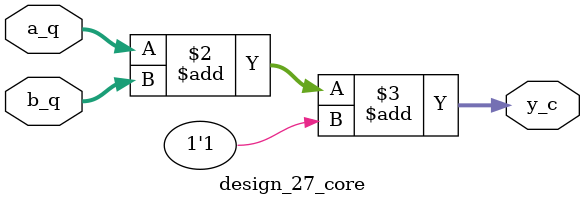
<source format=v>
module design_27_core #(
  parameter W = 12
)(
  input      [W-1:0] a_q,
  input      [W-1:0] b_q,
  output reg [W-1:0] y_c
);
  always @* begin
    y_c = a_q + b_q + 1'b1;
  end
endmodule

</source>
